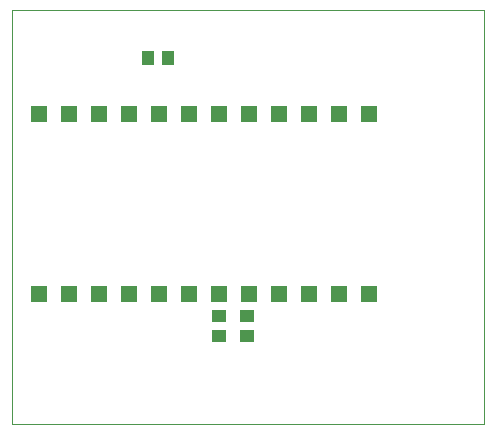
<source format=gbs>
G75*
%MOIN*%
%OFA0B0*%
%FSLAX24Y24*%
%IPPOS*%
%LPD*%
%AMOC8*
5,1,8,0,0,1.08239X$1,22.5*
%
%ADD10C,0.0000*%
%ADD11R,0.0434X0.0473*%
%ADD12R,0.0473X0.0434*%
%ADD13R,0.0540X0.0540*%
D10*
X010976Y000180D02*
X010976Y013960D01*
X026724Y013960D01*
X026724Y000180D01*
X010976Y000180D01*
D11*
X015516Y012380D03*
X016185Y012380D03*
D12*
X017876Y003765D03*
X017876Y003095D03*
X018826Y003095D03*
X018826Y003765D03*
D13*
X018876Y004505D03*
X019876Y004505D03*
X020876Y004505D03*
X021876Y004505D03*
X022876Y004505D03*
X017876Y004505D03*
X016876Y004505D03*
X015876Y004505D03*
X014876Y004505D03*
X013876Y004505D03*
X012876Y004505D03*
X011876Y004505D03*
X011876Y010505D03*
X012876Y010505D03*
X013876Y010505D03*
X014876Y010505D03*
X015876Y010505D03*
X016876Y010505D03*
X017876Y010505D03*
X018876Y010505D03*
X019876Y010505D03*
X020876Y010505D03*
X021876Y010505D03*
X022876Y010505D03*
M02*

</source>
